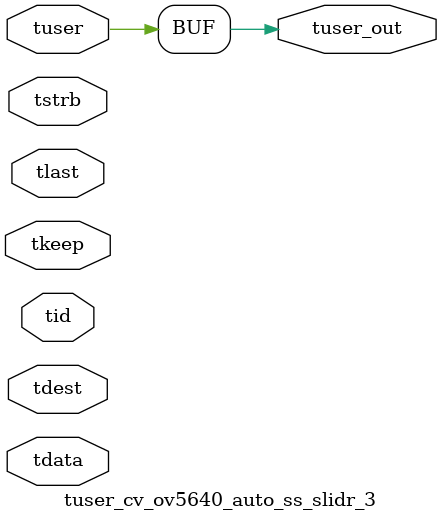
<source format=v>


`timescale 1ps/1ps

module tuser_cv_ov5640_auto_ss_slidr_3 #
(
parameter C_S_AXIS_TUSER_WIDTH = 1,
parameter C_S_AXIS_TDATA_WIDTH = 32,
parameter C_S_AXIS_TID_WIDTH   = 0,
parameter C_S_AXIS_TDEST_WIDTH = 0,
parameter C_M_AXIS_TUSER_WIDTH = 1
)
(
input  [(C_S_AXIS_TUSER_WIDTH == 0 ? 1 : C_S_AXIS_TUSER_WIDTH)-1:0     ] tuser,
input  [(C_S_AXIS_TDATA_WIDTH == 0 ? 1 : C_S_AXIS_TDATA_WIDTH)-1:0     ] tdata,
input  [(C_S_AXIS_TID_WIDTH   == 0 ? 1 : C_S_AXIS_TID_WIDTH)-1:0       ] tid,
input  [(C_S_AXIS_TDEST_WIDTH == 0 ? 1 : C_S_AXIS_TDEST_WIDTH)-1:0     ] tdest,
input  [(C_S_AXIS_TDATA_WIDTH/8)-1:0 ] tkeep,
input  [(C_S_AXIS_TDATA_WIDTH/8)-1:0 ] tstrb,
input                                                                    tlast,
output [C_M_AXIS_TUSER_WIDTH-1:0] tuser_out
);

assign tuser_out = {tuser[0:0]};

endmodule


</source>
